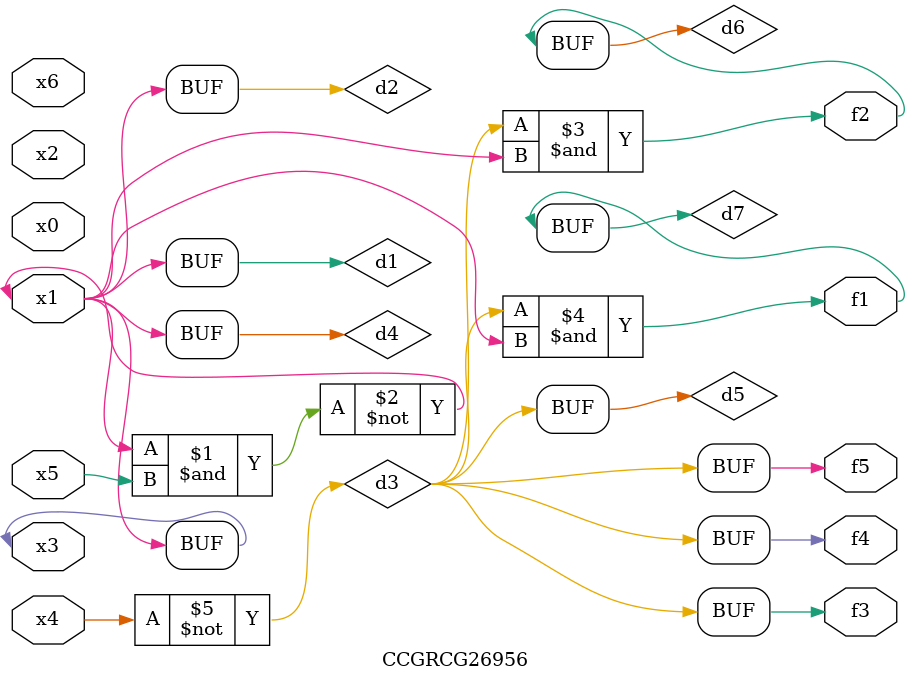
<source format=v>
module CCGRCG26956(
	input x0, x1, x2, x3, x4, x5, x6,
	output f1, f2, f3, f4, f5
);

	wire d1, d2, d3, d4, d5, d6, d7;

	buf (d1, x1, x3);
	nand (d2, x1, x5);
	not (d3, x4);
	buf (d4, d1, d2);
	buf (d5, d3);
	and (d6, d3, d4);
	and (d7, d3, d4);
	assign f1 = d7;
	assign f2 = d6;
	assign f3 = d5;
	assign f4 = d5;
	assign f5 = d5;
endmodule

</source>
